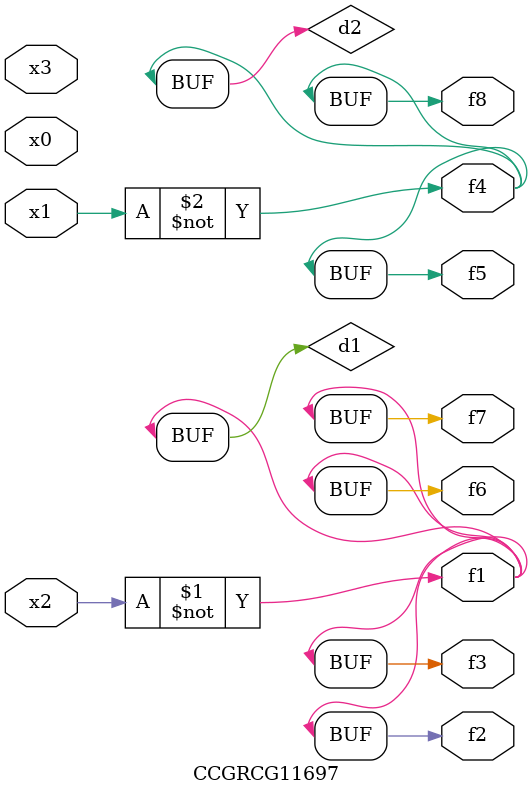
<source format=v>
module CCGRCG11697(
	input x0, x1, x2, x3,
	output f1, f2, f3, f4, f5, f6, f7, f8
);

	wire d1, d2;

	xnor (d1, x2);
	not (d2, x1);
	assign f1 = d1;
	assign f2 = d1;
	assign f3 = d1;
	assign f4 = d2;
	assign f5 = d2;
	assign f6 = d1;
	assign f7 = d1;
	assign f8 = d2;
endmodule

</source>
